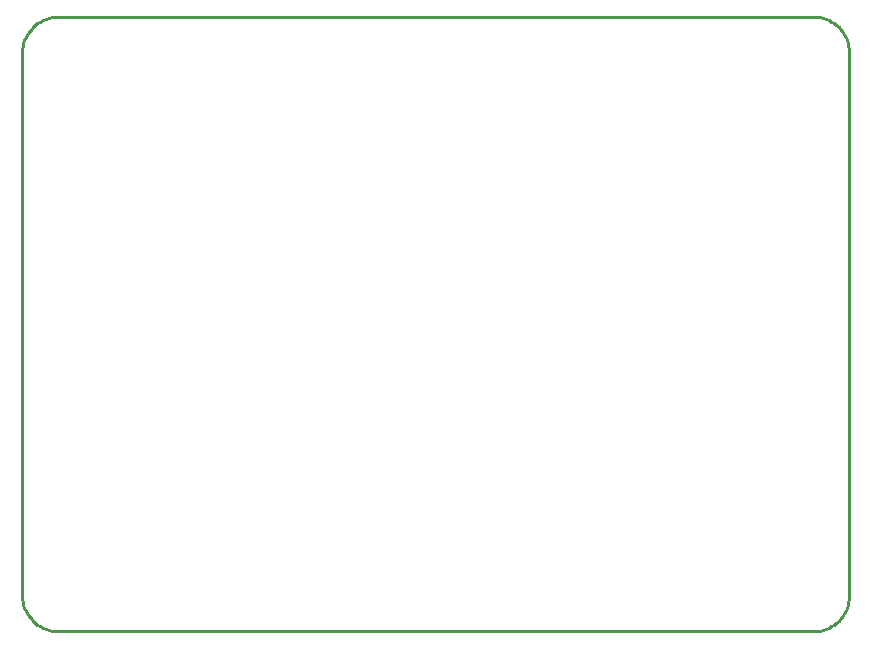
<source format=gko>
G04 EAGLE Gerber RS-274X export*
G75*
%MOMM*%
%FSLAX34Y34*%
%LPD*%
%IN*%
%IPPOS*%
%AMOC8*
5,1,8,0,0,1.08239X$1,22.5*%
G01*
%ADD10C,0.254000*%


D10*
X0Y30000D02*
X114Y27385D01*
X456Y24791D01*
X1022Y22235D01*
X1809Y19739D01*
X2811Y17321D01*
X4019Y15000D01*
X5425Y12793D01*
X7019Y10716D01*
X8787Y8787D01*
X10716Y7019D01*
X12793Y5425D01*
X15000Y4019D01*
X17321Y2811D01*
X19739Y1809D01*
X22235Y1022D01*
X24791Y456D01*
X27385Y114D01*
X30000Y0D01*
X670000Y0D01*
X672615Y114D01*
X675209Y456D01*
X677765Y1022D01*
X680261Y1809D01*
X682679Y2811D01*
X685000Y4019D01*
X687207Y5425D01*
X689284Y7019D01*
X691213Y8787D01*
X692981Y10716D01*
X694575Y12793D01*
X695981Y15000D01*
X697189Y17321D01*
X698191Y19739D01*
X698978Y22235D01*
X699544Y24791D01*
X699886Y27385D01*
X700000Y30000D01*
X700000Y490000D01*
X699886Y492615D01*
X699544Y495209D01*
X698978Y497765D01*
X698191Y500261D01*
X697189Y502679D01*
X695981Y505000D01*
X694575Y507207D01*
X692981Y509284D01*
X691213Y511213D01*
X689284Y512981D01*
X687207Y514575D01*
X685000Y515981D01*
X682679Y517189D01*
X680261Y518191D01*
X677765Y518978D01*
X675209Y519544D01*
X672615Y519886D01*
X670000Y520000D01*
X30000Y520000D01*
X27385Y519886D01*
X24791Y519544D01*
X22235Y518978D01*
X19739Y518191D01*
X17321Y517189D01*
X15000Y515981D01*
X12793Y514575D01*
X10716Y512981D01*
X8787Y511213D01*
X7019Y509284D01*
X5425Y507207D01*
X4019Y505000D01*
X2811Y502679D01*
X1809Y500261D01*
X1022Y497765D01*
X456Y495209D01*
X114Y492615D01*
X0Y490000D01*
X0Y30000D01*
M02*

</source>
